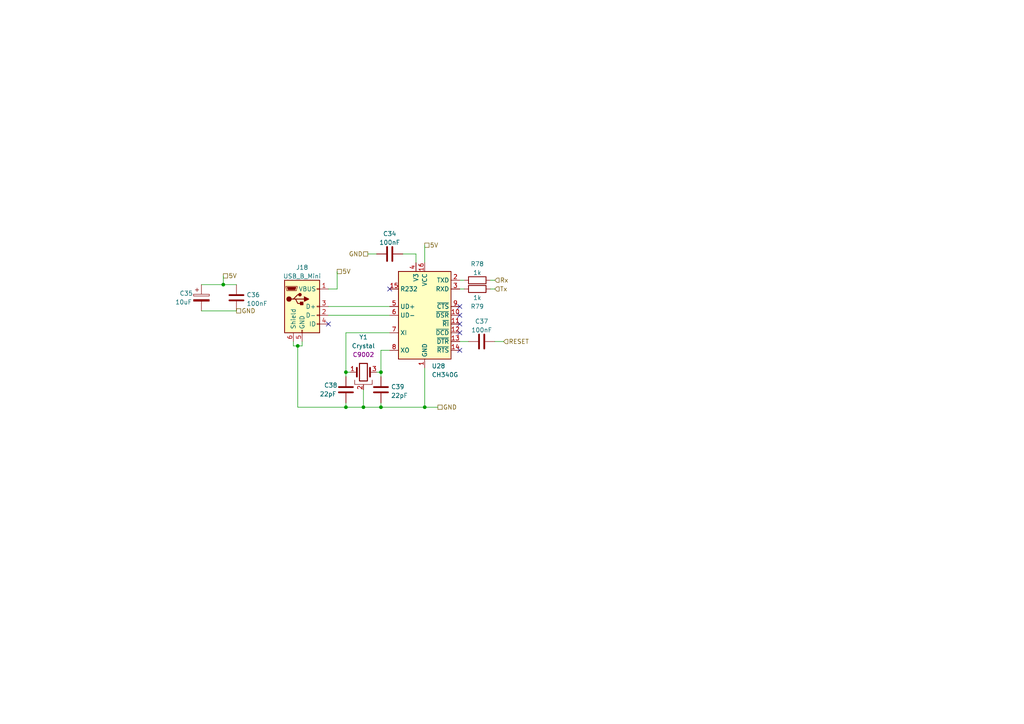
<source format=kicad_sch>
(kicad_sch (version 20230121) (generator eeschema)
  (paper "A4")
  (lib_symbols
    (symbol "Connector:USB_B_Mini" (pin_names (offset 1.016))
      (property "Reference" "J" (at -5.08 11.43 0))
      (property "Value" "USB_B_Mini" (at -5.08 8.89 0))
      (symbol "USB_B_Mini_0_1"
        (rectangle (start -5.08 -7.62) (end 5.08 7.62) (stroke (width 0.254)) (fill (type background)))
        (circle (center -3.81 2.159) (radius 0.635) (stroke (width 0.254)) (fill (type outline)))
        (circle (center -0.635 3.429) (radius 0.381) (stroke (width 0.254)) (fill (type outline)))
        (rectangle (start -0.127 -7.62) (end 0.127 -6.858))
        (polyline (pts (xy -1.905 2.159) (xy 0.635 2.159)) (stroke (width 0.254)))
        (polyline (pts (xy -3.175 2.159) (xy -2.54 2.159) (xy -1.27 3.429) (xy -0.635 3.429)) (stroke (width 0.254)))
        (polyline (pts (xy -2.54 2.159) (xy -1.905 2.159) (xy -1.27 0.889) (xy 0 0.889)) (stroke (width 0.254)))
        (polyline (pts (xy 0.635 2.794) (xy 0.635 1.524) (xy 1.905 2.159) (xy 0.635 2.794)) (stroke (width 0.254)) (fill (type outline)))
        (polyline (pts (xy -4.318 5.588) (xy -1.778 5.588) (xy -2.032 4.826) (xy -4.064 4.826) (xy -4.318 5.588)) (fill (type outline)))
        (polyline (pts (xy -4.699 5.842) (xy -4.699 5.588) (xy -4.445 4.826) (xy -4.445 4.572) (xy -1.651 4.572) (xy -1.651 4.826) (xy -1.397 5.588) (xy -1.397 5.842) (xy -4.699 5.842)))
        (rectangle (start 0.254 1.27) (end -0.508 0.508) (stroke (width 0.254)) (fill (type outline)))
        (rectangle (start 5.08 -5.207) (end 4.318 -4.953))
        (rectangle (start 5.08 -2.667) (end 4.318 -2.413))
        (rectangle (start 5.08 -0.127) (end 4.318 0.127))
        (rectangle (start 5.08 4.953) (end 4.318 5.207))
      )
      (symbol "USB_B_Mini_1_1"
        (pin power_out line (at 7.62 5.08 180) (length 2.54) (name "VBUS") (number "1"))
        (pin bidirectional line (at 7.62 -2.54 180) (length 2.54) (name "D-") (number "2"))
        (pin bidirectional line (at 7.62 0 180) (length 2.54) (name "D+") (number "3"))
        (pin passive line (at 7.62 -5.08 180) (length 2.54) (name "ID") (number "4"))
        (pin power_out line (at 0 -10.16 90) (length 2.54) (name "GND") (number "5"))
        (pin passive line (at -2.54 -10.16 90) (length 2.54) (name "Shield") (number "6"))
      )
    )
    (symbol "Device:C" (pin_numbers hide) (pin_names (offset 0.254))
      (property "Reference" "C" (at 0.635 2.54 0))
      (property "Value" "C" (at 0.635 -2.54 0))
      (symbol "C_0_1"
        (polyline (pts (xy -2.032 -0.762) (xy 2.032 -0.762)) (stroke (width 0.508)))
        (polyline (pts (xy -2.032 0.762) (xy 2.032 0.762)) (stroke (width 0.508)))
      )
      (symbol "C_1_1"
        (pin passive line (at 0 3.81 270) (length 2.794) (name "~") (number "1"))
        (pin passive line (at 0 -3.81 90) (length 2.794) (name "~") (number "2"))
      )
    )
    (symbol "Device:C_Polarized" (pin_numbers hide) (pin_names (offset 0.254))
      (property "Reference" "C" (at 0.635 2.54 0))
      (property "Value" "C_Polarized" (at 0.635 -2.54 0))
      (symbol "C_Polarized_0_1"
        (rectangle (start -2.286 0.508) (end 2.286 1.016))
        (polyline (pts (xy -1.778 2.286) (xy -0.762 2.286)))
        (polyline (pts (xy -1.27 2.794) (xy -1.27 1.778)))
        (rectangle (start 2.286 -0.508) (end -2.286 -1.016) (fill (type outline)))
      )
      (symbol "C_Polarized_1_1"
        (pin passive line (at 0 3.81 270) (length 2.794) (name "~") (number "1"))
        (pin passive line (at 0 -3.81 90) (length 2.794) (name "~") (number "2"))
      )
    )
    (symbol "Device:R" (pin_numbers hide) (pin_names (offset 0))
      (property "Reference" "R" (at 2.032 0 90))
      (property "Value" "R" (at 0 0 90))
      (symbol "R_0_1"
        (rectangle (start -1.016 -2.54) (end 1.016 2.54) (stroke (width 0.254)))
      )
      (symbol "R_1_1"
        (pin passive line (at 0 3.81 270) (length 1.27) (name "~") (number "1"))
        (pin passive line (at 0 -3.81 90) (length 1.27) (name "~") (number "2"))
      )
    )
    (symbol "Interface_USB:CH340G"
      (property "Reference" "U" (at -5.08 13.97 0))
      (property "Value" "CH340G" (at 1.27 13.97 0))
      (symbol "CH340G_0_1"
        (rectangle (start -7.62 12.7) (end 7.62 -12.7) (stroke (width 0.254)) (fill (type background)))
      )
      (symbol "CH340G_1_1"
        (pin power_in line (at 0 -15.24 90) (length 2.54) (name "GND") (number "1"))
        (pin input line (at 10.16 0 180) (length 2.54) (name "~{DSR}") (number "10"))
        (pin input line (at 10.16 -2.54 180) (length 2.54) (name "~{RI}") (number "11"))
        (pin input line (at 10.16 -5.08 180) (length 2.54) (name "~{DCD}") (number "12"))
        (pin output line (at 10.16 -7.62 180) (length 2.54) (name "~{DTR}") (number "13"))
        (pin output line (at 10.16 -10.16 180) (length 2.54) (name "~{RTS}") (number "14"))
        (pin input line (at -10.16 7.62 0) (length 2.54) (name "R232") (number "15"))
        (pin power_in line (at 0 15.24 270) (length 2.54) (name "VCC") (number "16"))
        (pin output line (at 10.16 10.16 180) (length 2.54) (name "TXD") (number "2"))
        (pin input line (at 10.16 7.62 180) (length 2.54) (name "RXD") (number "3"))
        (pin passive line (at -2.54 15.24 270) (length 2.54) (name "V3") (number "4"))
        (pin bidirectional line (at -10.16 2.54 0) (length 2.54) (name "UD+") (number "5"))
        (pin bidirectional line (at -10.16 0 0) (length 2.54) (name "UD-") (number "6"))
        (pin input line (at -10.16 -5.08 0) (length 2.54) (name "XI") (number "7"))
        (pin output line (at -10.16 -10.16 0) (length 2.54) (name "XO") (number "8"))
        (pin input line (at 10.16 2.54 180) (length 2.54) (name "~{CTS}") (number "9"))
      )
    )
    (symbol "custom_kicad_lib_sk:crystal_arduino" (pin_names (offset 1.016) hide)
      (property "Reference" "Y" (at 0 5.715 0))
      (property "Value" "Crystal_GND2" (at 0 3.81 0))
      (property "JLCPCB Part#" "C13738" (at 0 0 0))
      (symbol "crystal_arduino_0_1"
        (rectangle (start -1.143 2.54) (end 1.143 -2.54) (stroke (width 0.3048)))
        (polyline (pts (xy -2.54 0) (xy -1.905 0)))
        (polyline (pts (xy -1.905 -1.27) (xy -1.905 1.27)) (stroke (width 0.508)))
        (polyline (pts (xy 0 -3.81) (xy 0 -3.556)))
        (polyline (pts (xy 1.905 0) (xy 2.54 0)))
        (polyline (pts (xy 1.905 1.27) (xy 1.905 -1.27)) (stroke (width 0.508)))
        (polyline (pts (xy -2.54 -2.286) (xy -2.54 -3.556) (xy 2.54 -3.556) (xy 2.54 -2.286)))
      )
      (symbol "crystal_arduino_1_1"
        (pin passive line (at -3.81 0 0) (length 1.27) (name "1") (number "1"))
        (pin passive line (at 0 -5.08 90) (length 1.27) (name "GND") (number "2"))
        (pin passive line (at 3.81 0 180) (length 1.27) (name "3") (number "3"))
        (pin passive line (at 0 -5.08 90) (length 1.27) hide (name "GND") (number "4"))
      )
    )
  )
  (junction (at 100.33 118.11))
  (junction (at 86.36 100.33))
  (junction (at 64.77 82.55))
  (junction (at 123.19 118.11))
  (junction (at 110.49 107.95))
  (junction (at 100.33 107.95))
  (junction (at 110.49 118.11))
  (junction (at 105.41 118.11))
  (no_connect (at 113.03 83.82))
  (no_connect (at 133.35 93.98))
  (no_connect (at 133.35 96.52))
  (no_connect (at 133.35 91.44))
  (no_connect (at 133.35 101.6))
  (no_connect (at 133.35 88.9))
  (no_connect (at 95.25 93.98))
  (wire (pts (xy 100.33 107.95) (xy 100.33 109.22)))
  (wire (pts (xy 105.41 118.11) (xy 110.49 118.11)))
  (wire (pts (xy 97.79 83.82) (xy 95.25 83.82)))
  (wire (pts (xy 110.49 107.95) (xy 109.22 107.95)))
  (wire (pts (xy 146.05 99.06) (xy 143.51 99.06)))
  (wire (pts (xy 110.49 101.6) (xy 113.03 101.6)))
  (wire (pts (xy 110.49 116.84) (xy 110.49 118.11)))
  (wire (pts (xy 100.33 96.52) (xy 100.33 107.95)))
  (wire (pts (xy 134.62 83.82) (xy 133.35 83.82)))
  (wire (pts (xy 100.33 118.11) (xy 105.41 118.11)))
  (wire (pts (xy 86.36 100.33) (xy 86.36 118.11)))
  (wire (pts (xy 85.09 99.06) (xy 85.09 100.33)))
  (wire (pts (xy 100.33 116.84) (xy 100.33 118.11)))
  (wire (pts (xy 101.6 107.95) (xy 100.33 107.95)))
  (wire (pts (xy 87.63 99.06) (xy 87.63 100.33)))
  (wire (pts (xy 58.42 82.55) (xy 64.77 82.55)))
  (wire (pts (xy 143.51 83.82) (xy 142.24 83.82)))
  (wire (pts (xy 105.41 113.03) (xy 105.41 118.11)))
  (wire (pts (xy 123.19 118.11) (xy 127 118.11)))
  (wire (pts (xy 86.36 118.11) (xy 100.33 118.11)))
  (wire (pts (xy 110.49 118.11) (xy 123.19 118.11)))
  (wire (pts (xy 110.49 109.22) (xy 110.49 107.95)))
  (wire (pts (xy 64.77 82.55) (xy 68.58 82.55)))
  (wire (pts (xy 85.09 100.33) (xy 86.36 100.33)))
  (wire (pts (xy 64.77 80.01) (xy 64.77 82.55)))
  (wire (pts (xy 95.25 88.9) (xy 113.03 88.9)))
  (wire (pts (xy 106.68 73.66) (xy 109.22 73.66)))
  (wire (pts (xy 113.03 96.52) (xy 100.33 96.52)))
  (wire (pts (xy 120.65 73.66) (xy 116.84 73.66)))
  (wire (pts (xy 133.35 99.06) (xy 135.89 99.06)))
  (wire (pts (xy 134.62 81.28) (xy 133.35 81.28)))
  (wire (pts (xy 95.25 91.44) (xy 113.03 91.44)))
  (wire (pts (xy 123.19 71.12) (xy 123.19 76.2)))
  (wire (pts (xy 110.49 107.95) (xy 110.49 101.6)))
  (wire (pts (xy 123.19 106.68) (xy 123.19 118.11)))
  (wire (pts (xy 97.79 78.74) (xy 97.79 83.82)))
  (wire (pts (xy 143.51 81.28) (xy 142.24 81.28)))
  (wire (pts (xy 58.42 90.17) (xy 68.58 90.17)))
  (wire (pts (xy 120.65 76.2) (xy 120.65 73.66)))
  (wire (pts (xy 86.36 100.33) (xy 87.63 100.33)))
  (hierarchical_label "GND" (shape passive) (at 106.68 73.66 180))
  (hierarchical_label "5V" (shape passive) (at 64.77 80.01 0))
  (hierarchical_label "5V" (shape passive) (at 123.19 71.12 0))
  (hierarchical_label "GND" (shape passive) (at 68.58 90.17 0))
  (hierarchical_label "Rx" (shape input) (at 143.51 81.28 0))
  (hierarchical_label "Tx" (shape input) (at 143.51 83.82 0))
  (hierarchical_label "RESET" (shape input) (at 146.05 99.06 0))
  (hierarchical_label "GND" (shape passive) (at 127 118.11 0))
  (hierarchical_label "5V" (shape passive) (at 97.79 78.74 0))
  (symbol (lib_id "Device:C") (at 68.58 86.36 0) (unit 1)
    (property "Reference" "C36" (at 71.501 85.5253 0) (effects (justify left)))
    (property "Value" "100nF" (at 71.501 88.0622 0) (effects (justify left)))
    (property "Footprint" "Capacitor_SMD:C_0603_1608Metric_Pad1.08x0.95mm_HandSolder" (effects hide))
    (property "JLCPCB Part#" "C14663" (effects hide))
  )
  (symbol (lib_id "Device:C") (at 139.7 99.06 90) (unit 1)
    (property "Reference" "C37" (at 139.7 93.2012 90))
    (property "Value" "100nF" (at 139.7 95.7381 90))
    (property "Footprint" "Capacitor_SMD:C_0603_1608Metric_Pad1.08x0.95mm_HandSolder" (effects hide))
    (property "JLCPCB Part#" "C14663" (effects hide))
  )
  (symbol (lib_id "Device:R") (at 138.43 83.82 270) (unit 1)
    (property "Reference" "R79" (at 138.43 88.9 90))
    (property "Value" "1k" (at 138.43 86.36 90))
    (property "Footprint" "Resistor_SMD:R_0603_1608Metric_Pad0.98x0.95mm_HandSolder" (effects hide))
    (property "JLCPCB Part#" "C21190" (effects hide))
  )
  (symbol (lib_id "Device:C_Polarized") (at 58.42 86.36 0) (unit 1)
    (property "Reference" "C35" (at 52.07 85.09 0) (effects (justify left)))
    (property "Value" "10uF" (at 50.8 87.63 0) (effects (justify left)))
    (property "JLCPCB Part#" "C96446" (effects hide))
  )
  (symbol (lib_id "Device:C") (at 110.49 113.03 0) (unit 1)
    (property "Reference" "C39" (at 113.411 112.1953 0) (effects (justify left)))
    (property "Value" "22pF" (at 113.411 114.7322 0) (effects (justify left)))
    (property "Footprint" "Capacitor_SMD:C_0603_1608Metric_Pad1.08x0.95mm_HandSolder" (effects hide))
    (property "JLCPCB Part#" "C1653" (effects hide))
  )
  (symbol (lib_id "Interface_USB:CH340G") (at 123.19 91.44 0) (unit 1)
    (property "Reference" "U28" (at 125.2094 106.1704 0) (effects (justify left)))
    (property "Value" "CH340G" (at 125.2094 108.7073 0) (effects (justify left)))
    (property "Footprint" "Package_SO:SOIC-16_3.9x9.9mm_P1.27mm" (effects hide))
    (property "Datasheet" "http://www.datasheet5.com/pdf-local-2195953" (effects hide))
    (property "JLCPCB Part#" "C14267" (effects hide))
  )
  (symbol (lib_id "Connector:USB_B_Mini") (at 87.63 88.9 0) (unit 1)
    (property "Reference" "J18" (at 87.63 77.5802 0))
    (property "Value" "USB_B_Mini" (at 87.63 80.1171 0))
    (property "JLCPCB Part#" "C2681563" (effects hide))
  )
  (symbol (lib_id "Device:C") (at 113.03 73.66 90) (unit 1)
    (property "Reference" "C34" (at 113.03 67.8012 90))
    (property "Value" "100nF" (at 113.03 70.3381 90))
    (property "Footprint" "Capacitor_SMD:C_0603_1608Metric_Pad1.08x0.95mm_HandSolder" (effects hide))
    (property "JLCPCB Part#" "C14663" (effects hide))
  )
  (symbol (lib_id "Device:R") (at 138.43 81.28 90) (unit 1)
    (property "Reference" "R78" (at 138.43 76.5642 90))
    (property "Value" "1k" (at 138.43 79.1011 90))
    (property "Footprint" "Resistor_SMD:R_0603_1608Metric_Pad0.98x0.95mm_HandSolder" (effects hide))
    (property "JLCPCB Part#" "C21190" (effects hide))
  )
  (symbol (lib_id "Device:C") (at 100.33 113.03 0) (unit 1)
    (property "Reference" "C38" (at 93.98 111.76 0) (effects (justify left)))
    (property "Value" "22pF" (at 92.71 114.3 0) (effects (justify left)))
    (property "Footprint" "Capacitor_SMD:C_0603_1608Metric_Pad1.08x0.95mm_HandSolder" (effects hide))
    (property "JLCPCB Part#" "C1653" (effects hide))
  )
  (symbol (lib_id "custom_kicad_lib_sk:crystal_arduino") (at 105.41 107.95 0) (unit 1)
    (property "Reference" "Y1" (at 105.41 97.79 0))
    (property "Value" "Crystal" (at 105.41 100.33 0))
    (property "Footprint" "custom_kicad_lib_sk:crystal_arduino" (effects hide))
    (property "JLCPCB Part#" "C9002" (at 105.41 102.87 0))
  )
)
</source>
